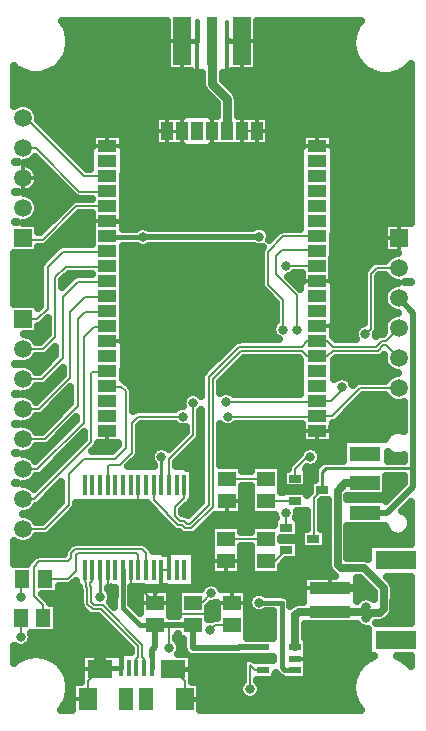
<source format=gbr>
G04 DipTrace 3.0.0.1*
G04 Top.gbr*
%MOIN*%
G04 #@! TF.FileFunction,Copper,L1,Top*
G04 #@! TF.Part,Single*
G04 #@! TA.AperFunction,Conductor*
%ADD10C,0.01*%
%ADD14C,0.007*%
%ADD15C,0.029528*%
%ADD16C,0.015748*%
%ADD17C,0.02*%
%ADD18C,0.015*%
G04 #@! TA.AperFunction,CopperBalancing*
%ADD19C,0.025*%
G04 #@! TA.AperFunction,Conductor*
%ADD20C,0.014*%
%ADD21C,0.023622*%
G04 #@! TA.AperFunction,CopperBalancing*
%ADD22C,0.012992*%
%ADD25R,0.059055X0.051181*%
%ADD26R,0.051181X0.059055*%
%ADD28R,0.015748X0.05315*%
%ADD29R,0.082677X0.062992*%
%ADD30R,0.062992X0.074803*%
%ADD31R,0.047244X0.074803*%
G04 #@! TA.AperFunction,ComponentPad*
%ADD32R,0.059055X0.059055*%
%ADD33C,0.059055*%
%ADD35R,0.041339X0.025591*%
%ADD38R,0.098425X0.047244*%
%ADD39R,0.06X0.039764*%
%ADD40R,0.039764X0.06*%
%ADD41R,0.059843X0.159843*%
%ADD42R,0.033465X0.159843*%
%ADD44R,0.043307X0.023622*%
%ADD45R,0.137795X0.03937*%
%ADD46R,0.133858X0.059055*%
%ADD47R,0.015748X0.070866*%
G04 #@! TA.AperFunction,ViaPad*
%ADD48C,0.031496*%
%FSLAX26Y26*%
G04*
G70*
G90*
G75*
G01*
G04 Top*
%LPD*%
X1708662Y1498819D2*
D14*
X1580819D1*
X1486701Y1404701D1*
X1437701D1*
X1437677Y1404725D1*
X738320Y1176641D2*
Y1238320D1*
X743701Y1243701D1*
X778701D1*
X818701Y1283701D1*
Y1383701D1*
X838701Y1403701D1*
X988701D1*
X1138701D2*
X1436654D1*
X1437677Y1604725D2*
X1404177D1*
X1386177Y1622725D1*
X1374978D1*
X1181778D1*
X1089058Y1530004D1*
Y1103920D1*
X1017734Y1032596D1*
X997736D1*
X987697Y1042635D1*
X973113D1*
X953486Y1062261D1*
X936045Y1079704D1*
Y1081210D1*
X891864Y1125391D1*
Y1176641D1*
X1437677Y1604725D2*
X1471177D1*
X1489177Y1622725D1*
X1500377D1*
X1638267D1*
X1657361Y1641819D1*
X1665662D1*
X1708662Y1598819D1*
X1437677Y1654725D2*
X1404177D1*
X1386177Y1636725D1*
X1374978D1*
X1175981D1*
X1075058Y1535802D1*
Y1109718D1*
X1011936Y1046596D1*
X1003534D1*
X993495Y1056635D1*
X978911D1*
X963386Y1072162D1*
Y1101181D1*
X994226Y1132021D1*
Y1176641D1*
X1437677Y1654725D2*
X1471177D1*
X1489177Y1636725D1*
X1500377D1*
X1632469D1*
X1651563Y1655819D1*
X1665662D1*
X1708662Y1698819D1*
X860084Y566701D2*
Y596776D1*
X854289Y602571D1*
X854315Y613771D1*
Y643435D1*
X721684Y776066D1*
X694406D1*
X684727Y785744D1*
Y836776D1*
X681360Y840143D1*
X681357Y848446D1*
X687151Y854243D1*
X687139Y893176D1*
X834494Y566701D2*
Y596776D1*
X840289Y602571D1*
X840315Y613771D1*
Y637637D1*
X715886Y762066D1*
X688608D1*
X670727Y779946D1*
Y830978D1*
X667362Y834345D1*
X667357Y848441D1*
X661561Y854235D1*
X661549Y893168D1*
X1137677Y2354725D2*
D15*
Y2461811D1*
X1087677Y2511811D1*
Y2655381D1*
X885675Y566701D2*
D16*
Y602701D1*
D17*
Y626226D1*
X895670Y636221D1*
Y707481D1*
X943701Y707898D1*
X1021701D1*
Y633465D1*
X1177166D1*
X1177822Y634121D1*
X1255906D1*
X789502Y893176D2*
D18*
Y766011D1*
X848032Y707481D1*
X895670D1*
X943701Y633701D2*
D14*
Y707898D1*
X1362205Y559318D2*
D18*
X1327297D1*
X1319292Y567323D1*
Y783701D1*
X1243701D1*
X1151701Y707898D2*
D14*
X1094898D1*
X1078701Y691701D1*
X1255906Y559318D2*
X1230709D1*
X1213386Y576641D1*
Y494882D1*
X456693Y1728347D2*
X503347D1*
X538701Y1763701D1*
Y1903701D1*
X588701Y1953701D1*
X736654D1*
X737677Y1954725D1*
X1084528Y815118D2*
Y814118D1*
X1057528Y787118D1*
X1026118D1*
X1021701Y782701D1*
X855701Y2001701D2*
D18*
X740701D1*
D14*
X737677Y2004725D1*
X1332701Y1905701D2*
X1436701D1*
X1437677Y1904725D1*
X1424410Y996063D2*
X1425591D1*
Y1131643D1*
X1453790Y1159843D1*
X855701Y2001701D2*
D17*
X1241701D1*
D14*
X1243701Y2003701D1*
X1708662Y1798819D2*
D17*
X1757701Y1749780D1*
Y1231103D1*
Y1169250D1*
X1669948Y1081496D1*
X1599607D1*
X1597769Y1083334D1*
X1453790Y1159843D2*
D10*
Y1219670D1*
X1465223Y1231103D1*
X1757701D1*
X456693Y2298819D2*
D14*
X499583D1*
X644701Y2153701D1*
X736654D1*
X737677Y2154725D1*
Y2104725D2*
X634725D1*
X523701Y1993701D1*
X461811D1*
X456693Y1998819D1*
X1333858Y1033465D2*
Y1082415D1*
X1333202Y1081759D1*
X456693Y2398819D2*
X466583D1*
X660701Y2204701D1*
X737654D1*
X737677Y2204725D1*
X456693Y1628347D2*
X523347D1*
X563701Y1668701D1*
Y1868701D1*
X598701Y1903701D1*
X736654D1*
X737677Y1904725D1*
X456693Y1528347D2*
X518347D1*
X588701Y1598701D1*
Y1803701D1*
X638701Y1853701D1*
X736654D1*
X737677Y1854725D1*
X456693Y1428347D2*
X508347D1*
X613701Y1533701D1*
Y1753701D1*
X663701Y1803701D1*
X736654D1*
X737677Y1804725D1*
X456693Y1328347D2*
X528347D1*
X638701Y1438701D1*
Y1728701D1*
X663701Y1753701D1*
X736654D1*
X737677Y1754725D1*
X456693Y1228347D2*
X503347D1*
X658701Y1383701D1*
Y1668701D1*
X693701Y1703701D1*
X736654D1*
X737677Y1704725D1*
X456693Y1128347D2*
X493347D1*
X683701Y1318701D1*
Y1548701D1*
X688701Y1553701D1*
X736654D1*
X737677Y1554725D1*
X456693Y1028347D2*
X528347D1*
X608701Y1108701D1*
Y1213701D1*
X658701Y1263701D1*
X763701D1*
X798701Y1298701D1*
Y1488701D1*
X783701Y1503701D1*
X738701D1*
X737677Y1504725D1*
X854677Y2054725D2*
D18*
X737677D1*
X1458701Y652701D2*
D14*
X1464774D1*
X1408793Y596719D1*
X1362205D1*
X895670Y782284D2*
X936118D1*
X971701Y746701D1*
X1072701D1*
X1108701Y782701D1*
X1151701D1*
X1133625Y920735D2*
X1092667D1*
X1086701Y926701D1*
Y1031701D1*
X1136701Y1081701D1*
Y1121494D1*
X1137124Y1121916D1*
X987677Y2354725D2*
D10*
X937677D1*
X1087677D2*
Y2303150D1*
X1107362Y2283465D1*
X1187677Y2354725D2*
Y2285040D1*
X1186103Y2283465D1*
X738320Y893176D2*
D14*
Y844082D1*
X748701Y833701D1*
X815092Y893176D2*
Y817310D1*
X848701Y783701D1*
X894252D1*
X895670Y782284D1*
X917454Y893176D2*
Y832454D1*
X898701Y813701D1*
Y785315D1*
X895670Y782284D1*
X943045Y893176D2*
X917454D1*
X937677Y2354725D2*
Y2295670D1*
X949882Y2283465D1*
X1187677Y2354725D2*
X1237677D1*
Y2310630D1*
X1264843Y2283465D1*
X1437677Y2304725D2*
Y2346851D1*
X1422323Y2362205D1*
X737677Y2304725D2*
Y2346851D1*
X753032Y2362205D1*
X1187284Y2655381D2*
X1243058D1*
X1264843Y2677166D1*
X987677Y2655774D2*
X931903D1*
X910512Y2677166D1*
X737677Y1354725D2*
Y1302677D1*
X733701Y1298701D1*
X858701Y828701D2*
Y819252D1*
X895670Y782284D1*
X1133625Y920735D2*
X1191667D1*
X1193701Y918701D1*
X1437677Y1854725D2*
X1379725D1*
X1378701Y1853701D1*
X1437677Y1854725D2*
X1482677D1*
X1508701Y1828701D1*
Y1713701D1*
X1498701Y1703701D1*
X1438701D1*
X1437677Y1704725D1*
Y1354725D2*
X1504725D1*
X1548701Y1398701D1*
X737677Y1654725D2*
X802677D1*
X803701Y1653701D1*
X673076Y461386D2*
Y522410D1*
X712446Y561780D1*
X995911Y461386D2*
Y522410D1*
X956541Y561780D1*
X783313Y566701D2*
D18*
X717368D1*
X712446Y561780D1*
Y643701D1*
X728701D1*
X733701Y638701D1*
X693701D2*
X733701D1*
X783313Y566701D2*
Y619089D1*
X763701Y638701D1*
X733701D1*
X712446Y561780D2*
Y584956D1*
X698701Y598701D1*
Y633701D1*
X693701Y638701D1*
X712446Y561780D2*
Y587446D1*
X723701Y598701D1*
Y628701D1*
X733701Y638701D1*
X956541Y561780D2*
X1086780D1*
X1088701Y563701D1*
X995911Y461386D2*
X1086016D1*
X1088701Y458701D1*
X840683Y1176641D2*
D14*
Y1116719D1*
X858701Y1098701D1*
X1186103Y2519685D2*
X1157717D1*
X1137795Y2539607D1*
D20*
Y2662660D1*
Y2718701D1*
X989252Y2519685D2*
D18*
X1004987D1*
X1036221Y2550919D1*
D20*
Y2655774D1*
D18*
Y2722179D1*
X987677Y2655774D2*
X1036221D1*
X1187284Y2655381D2*
X1145075D1*
X1137795Y2662660D1*
X1480578Y831496D2*
D19*
X1559843D1*
X1567061Y838714D1*
X1590289D1*
Y826903D1*
X1582415Y819029D1*
X1583465Y849869D2*
Y820079D1*
X1582415Y819029D1*
X523701Y733701D2*
D14*
Y774701D1*
X492701Y805701D1*
Y903701D1*
X510701Y921701D1*
X605701D1*
X617701Y933701D1*
Y948701D1*
X630701Y961701D1*
X853701D1*
X867701Y947701D1*
Y894604D1*
X866273Y893176D1*
X1413701Y1268701D2*
X1403701D1*
X1363701Y1228701D1*
Y1197706D1*
X1363239Y1197244D1*
X1265864Y1122179D2*
X1362977D1*
X1363239Y1122441D1*
X1137124Y1196719D2*
X1265601D1*
X1265864Y1196982D1*
X448898Y733701D2*
X448701Y668898D1*
X450701Y800701D2*
Y860504D1*
X453898Y863701D1*
X528701D2*
X606701D1*
X632701Y889701D1*
Y940701D1*
X640701Y948701D1*
X832701D1*
X840701Y940701D1*
Y893194D1*
X840683Y893176D1*
X917701Y1268701D2*
D10*
Y1176887D1*
X917454Y1176641D1*
X713701Y803701D2*
Y893176D1*
X712730D1*
X1265777Y921260D2*
D14*
X1296457D1*
X1333858Y958662D1*
X1133625Y995538D2*
X1265252D1*
X1265777Y996063D1*
X1437677Y2004725D2*
X1324725D1*
X1273701Y1953701D1*
Y1843701D1*
X1323701Y1793701D1*
Y1693701D1*
X1368701D2*
Y1808701D1*
X1298701Y1878701D1*
Y1938701D1*
X1318701Y1958701D1*
X1433701D1*
X1437677Y1954725D1*
X1480578Y752756D2*
D19*
X1375197D1*
X1363649Y741208D1*
Y635565D1*
D21*
X1362205Y634121D1*
X1480578Y752756D2*
D19*
X1600131D1*
Y768110D1*
X1599869Y768373D1*
Y732284D2*
Y768373D1*
X1597769Y1181759D2*
X1530578D1*
X1504856Y1156037D1*
Y909974D1*
X1515617Y899213D1*
X1592257D1*
X1658530Y832940D1*
Y761680D1*
X1647113Y750263D1*
X1617848D1*
X1599869Y732284D1*
X1708662Y1898819D2*
D14*
X1634819D1*
X1615701Y1879701D1*
Y1696701D1*
X1597701Y1678701D1*
X1519701Y1502701D2*
Y1492701D1*
X1481701Y1454701D1*
X1437701D1*
X1437677Y1454725D1*
X943045Y1176641D2*
Y1263045D1*
X1023701Y1343701D1*
Y1448701D1*
X1133701Y1453701D2*
X1436654D1*
D48*
X988701Y1403701D3*
X1138701D3*
X943701Y633701D3*
X1243701Y783701D3*
X1078701Y691701D3*
X1213386Y494882D3*
X1084528Y815118D3*
X855701Y2001701D3*
X1332701Y1905701D3*
X1243701Y2003701D3*
X855701Y2001701D3*
X1333202Y1081759D3*
X854677Y2054725D3*
X1458701Y652701D3*
X858701Y828701D3*
X1193701Y918701D3*
X1378701Y1853701D3*
X1548701Y1398701D3*
X1193701Y918701D3*
X1548701Y1398701D3*
X803701Y1653701D3*
X858701Y1098701D3*
D3*
X1413701Y1268701D3*
X448701Y668898D3*
X450701Y800701D3*
X917701Y1268701D3*
X713701Y803701D3*
X1323701Y1693701D3*
X1368701D3*
X1597701Y1678701D3*
X1519701Y1502701D3*
X1023701Y1448701D3*
X1133701Y1453701D3*
X1264843Y2440814D3*
Y2519685D3*
X1343583Y2440814D3*
Y2519685D3*
X1186103Y2440814D3*
Y2519685D3*
X1422323Y2440814D3*
Y2519685D3*
X910512Y2440814D3*
Y2519685D3*
X989252Y2440814D3*
Y2519685D3*
X753032Y2440814D3*
Y2519685D3*
X831772Y2440814D3*
Y2519685D3*
X1343714Y2362205D3*
X1422323D3*
X1186103Y2204593D3*
Y2283465D3*
X1264843Y2204593D3*
Y2283465D3*
X1067992Y2440945D3*
X1028622Y2204593D3*
Y2283465D3*
X1107362Y2204593D3*
Y2283465D3*
X871142Y2204593D3*
Y2283465D3*
X949882Y2204593D3*
Y2283465D3*
X748701Y833701D3*
X831706Y2362139D3*
X1264843Y2598294D3*
Y2677166D3*
X1422323Y2598294D3*
Y2677166D3*
X1343583Y2598294D3*
Y2677166D3*
X831772Y2598294D3*
Y2677166D3*
X753032Y2362205D3*
X910512Y2598294D3*
Y2677166D3*
X753032Y2598294D3*
Y2677166D3*
X733701Y1298701D3*
Y638701D3*
X693701D3*
X1088701Y563701D3*
Y458701D3*
X1599869Y768373D3*
Y732284D3*
X1583465Y849869D3*
X1582415Y819029D3*
X604018Y2698537D2*
D19*
X934761D1*
X1240200D2*
X1563179D1*
X611733Y2673668D2*
X934761D1*
X1240200D2*
X1554438D1*
X613442Y2648799D2*
X934761D1*
X1240200D2*
X1551802D1*
X609536Y2623931D2*
X934761D1*
X1240200D2*
X1554829D1*
X599282Y2599062D2*
X934761D1*
X1240200D2*
X1563960D1*
X580190Y2574193D2*
X934761D1*
X1240200D2*
X1581343D1*
X428725Y2549324D2*
X459126D1*
X540884D2*
X1051020D1*
X1124331D2*
X1615132D1*
X1715591D2*
X1748481D1*
X428725Y2524456D2*
X1051020D1*
X1125845D2*
X1748481D1*
X428725Y2499587D2*
X1053266D1*
X1150747D2*
X1748481D1*
X428725Y2474718D2*
X1073970D1*
X1171792D2*
X1748481D1*
X428725Y2449849D2*
X1098823D1*
X1174331D2*
X1748481D1*
X501821Y2424981D2*
X1101020D1*
X1174331D2*
X1748481D1*
X509194Y2400112D2*
X894819D1*
X1280581D2*
X1748481D1*
X526577Y2375243D2*
X894819D1*
X1280581D2*
X1748481D1*
X551479Y2350374D2*
X894819D1*
X1280581D2*
X1748481D1*
X576333Y2325505D2*
X684663D1*
X790688D2*
X894819D1*
X1280581D2*
X1384663D1*
X1490688D2*
X1748481D1*
X601186Y2300637D2*
X678706D1*
X796645D2*
X988813D1*
X1086538D2*
X1378706D1*
X1496645D2*
X1748481D1*
X626089Y2275768D2*
X678706D1*
X796645D2*
X1378706D1*
X1496645D2*
X1748481D1*
X428725Y2250899D2*
X439872D1*
X473550D2*
X511079D1*
X650942D2*
X678706D1*
X796645D2*
X1378706D1*
X1496645D2*
X1748481D1*
X501186Y2226030D2*
X535932D1*
X796645D2*
X1378706D1*
X1496645D2*
X1748481D1*
X509145Y2201162D2*
X560786D1*
X790688D2*
X1378706D1*
X1496645D2*
X1748481D1*
X503872Y2176293D2*
X585688D1*
X790688D2*
X1378706D1*
X1496645D2*
X1748481D1*
X428725Y2151424D2*
X438213D1*
X475210D2*
X610542D1*
X790688D2*
X1378706D1*
X1496645D2*
X1748481D1*
X500845Y2126555D2*
X622261D1*
X790688D2*
X1378706D1*
X1496645D2*
X1748481D1*
X509145Y2101687D2*
X595259D1*
X790688D2*
X1378706D1*
X1496645D2*
X1748481D1*
X504116Y2076818D2*
X570356D1*
X643276D2*
X684663D1*
X790688D2*
X1378706D1*
X1496645D2*
X1748481D1*
X428725Y2051949D2*
X436750D1*
X476675D2*
X545503D1*
X618374D2*
X684663D1*
X790688D2*
X1378706D1*
X1496645D2*
X1748481D1*
X509243Y2027080D2*
X520623D1*
X593520D2*
X684663D1*
X1273891D2*
X1313471D1*
X1496645D2*
X1656147D1*
X568667Y2002212D2*
X684663D1*
X1490688D2*
X1656147D1*
X543764Y1977343D2*
X582075D1*
X1490688D2*
X1656147D1*
X509243Y1952474D2*
X551020D1*
X790688D2*
X1247212D1*
X1490688D2*
X1656147D1*
X428725Y1927605D2*
X526167D1*
X790688D2*
X1247212D1*
X1490688D2*
X1665229D1*
X428725Y1902736D2*
X512202D1*
X790688D2*
X1247212D1*
X1490688D2*
X1602290D1*
X428725Y1877868D2*
X512202D1*
X609292D2*
X684663D1*
X790688D2*
X1247212D1*
X1358413D2*
X1384663D1*
X1490688D2*
X1589204D1*
X428725Y1852999D2*
X512202D1*
X590200D2*
X601557D1*
X790688D2*
X1247212D1*
X1360854D2*
X1384663D1*
X1490688D2*
X1589204D1*
X1642202D2*
X1686079D1*
X1731264D2*
X1748482D1*
X428725Y1828130D2*
X512202D1*
X790688D2*
X1252925D1*
X1496645D2*
X1589204D1*
X1642202D2*
X1665620D1*
X428725Y1803261D2*
X512202D1*
X790688D2*
X1277680D1*
X1496645D2*
X1589204D1*
X1642202D2*
X1656373D1*
X428725Y1778393D2*
X512202D1*
X790688D2*
X1297212D1*
X1496645D2*
X1589204D1*
X1642202D2*
X1660498D1*
X790688Y1753524D2*
X1297212D1*
X1496645D2*
X1589204D1*
X1642202D2*
X1684907D1*
X790688Y1728655D2*
X1297212D1*
X1496645D2*
X1589204D1*
X1642202D2*
X1666011D1*
X509243Y1703786D2*
X537202D1*
X790688D2*
X1286372D1*
X1490688D2*
X1569038D1*
X1642202D2*
X1656373D1*
X509243Y1678918D2*
X537202D1*
X790688D2*
X1288081D1*
X1490688D2*
X1558930D1*
X502114Y1654049D2*
X512593D1*
X790688D2*
X1156880D1*
X796645Y1629180D2*
X1131977D1*
X503091Y1604311D2*
X557856D1*
X796645D2*
X1107124D1*
X428725Y1579442D2*
X443677D1*
X469741D2*
X533003D1*
X796645D2*
X1082270D1*
X1174917D2*
X1378706D1*
X1496645D2*
X1660054D1*
X790688Y1554574D2*
X1057368D1*
X1150063D2*
X1378706D1*
X1496645D2*
X1682807D1*
X556167Y1529705D2*
X573305D1*
X790688D2*
X1048579D1*
X1125210D2*
X1378706D1*
X1546401D2*
X1666792D1*
X525649Y1504836D2*
X548384D1*
X818960D2*
X1048579D1*
X1115542D2*
X1378706D1*
X428725Y1479967D2*
X441433D1*
X471938D2*
X523530D1*
X596401D2*
X612202D1*
X825210D2*
X1002876D1*
X1161196D2*
X1378706D1*
X571548Y1455099D2*
X612202D1*
X825210D2*
X985542D1*
X1573550D2*
X1681831D1*
X546694Y1430230D2*
X593794D1*
X825210D2*
X961518D1*
X1548647D2*
X1724702D1*
X517739Y1405361D2*
X568940D1*
X1523794D2*
X1724702D1*
X428725Y1380492D2*
X439579D1*
X473794D2*
X544038D1*
X1490688D2*
X1724702D1*
X501138Y1355624D2*
X519184D1*
X845180D2*
X997212D1*
X1115542D2*
X1384663D1*
X1490688D2*
X1684712D1*
X642202Y1330755D2*
X657217D1*
X845180D2*
X974311D1*
X1115542D2*
X1384663D1*
X1490688D2*
X1662007D1*
X617348Y1305886D2*
X634477D1*
X706509D2*
X769429D1*
X845180D2*
X949458D1*
X1022329D2*
X1048579D1*
X1115542D2*
X1519575D1*
X428725Y1281017D2*
X438018D1*
X475405D2*
X519575D1*
X592446D2*
X609577D1*
X845034D2*
X881098D1*
X997475D2*
X1048579D1*
X1115542D2*
X1377095D1*
X1450307D2*
X1519575D1*
X567593Y1256149D2*
X584679D1*
X827602D2*
X881196D1*
X972573D2*
X1048579D1*
X1115542D2*
X1354731D1*
X1450210D2*
X1457922D1*
X542739Y1231280D2*
X559872D1*
X1025112D2*
X1048579D1*
X1189663D2*
X1213325D1*
X1318374D2*
X1337348D1*
X1402700D2*
X1428608D1*
X515591Y1206411D2*
X534956D1*
X1025112D2*
X1048579D1*
X1406899D2*
X1425776D1*
X428725Y1181542D2*
X436555D1*
X476870D2*
X510102D1*
X1025112D2*
X1048579D1*
X1669985D2*
X1724360D1*
X558120Y1156673D2*
X582221D1*
X1025112D2*
X1048579D1*
X1189663D2*
X1213325D1*
X1318374D2*
X1410102D1*
X1669985D2*
X1699507D1*
X533266Y1131805D2*
X582221D1*
X1025112D2*
X1048579D1*
X1189663D2*
X1213325D1*
X1540346D2*
X1674604D1*
X506704Y1106936D2*
X570503D1*
X635122D2*
X873872D1*
X1005581D2*
X1035835D1*
X1189663D2*
X1213325D1*
X1452114D2*
X1469380D1*
X478188Y1082067D2*
X545649D1*
X618520D2*
X898725D1*
X989907D2*
X1010981D1*
X1189663D2*
X1213325D1*
X1371938D2*
X1399067D1*
X1452114D2*
X1469380D1*
X1736587D2*
X1748467D1*
X500063Y1057198D2*
X520747D1*
X593618D2*
X922114D1*
X1078774D2*
X1290180D1*
X1377505D2*
X1399067D1*
X1452114D2*
X1469380D1*
X568764Y1032330D2*
X946968D1*
X1053921D2*
X1081098D1*
X1186147D2*
X1213227D1*
X1377505D2*
X1399067D1*
X1452114D2*
X1469380D1*
X1540346D2*
X1662153D1*
X542690Y1007461D2*
X1081098D1*
X1540346D2*
X1685688D1*
X1726382D2*
X1748481D1*
X479409Y982592D2*
X616401D1*
X868032D2*
X1081098D1*
X1540346D2*
X1748481D1*
X428725Y957723D2*
X592964D1*
X892007D2*
X1081098D1*
X1186147D2*
X1213227D1*
X1377505D2*
X1469380D1*
X1540346D2*
X1603071D1*
X428725Y932855D2*
X485395D1*
X1031069D2*
X1081098D1*
X1186147D2*
X1213227D1*
X1377505D2*
X1469380D1*
X1540346D2*
X1603071D1*
X1031069Y907986D2*
X1081098D1*
X1186147D2*
X1213227D1*
X1319643D2*
X1469429D1*
X1031069Y883117D2*
X1081098D1*
X1186147D2*
X1213227D1*
X1318325D2*
X1482563D1*
X1031069Y858248D2*
X1388667D1*
X1572475D2*
X1584043D1*
X1682388D2*
X1748481D1*
X577309Y833379D2*
X640864D1*
X819985D2*
X854975D1*
X1031069D2*
X1050727D1*
X1118325D2*
X1388667D1*
X1572475D2*
X1608930D1*
X1694009D2*
X1748481D1*
X526333Y808511D2*
X644233D1*
X819985D2*
X843159D1*
X948208D2*
X969184D1*
X1204214D2*
X1214757D1*
X1334780D2*
X1388667D1*
X1572475D2*
X1623042D1*
X1694009D2*
X1748481D1*
X572280Y783642D2*
X644233D1*
X750552D2*
X759031D1*
X819985D2*
X843159D1*
X948208D2*
X969184D1*
X1349770D2*
X1361105D1*
X1694009D2*
X1748481D1*
X572280Y758773D2*
X655464D1*
X948208D2*
X969184D1*
X1074233D2*
X1099165D1*
X1204214D2*
X1214853D1*
X1693911D2*
X1748481D1*
X572280Y733904D2*
X707612D1*
X1074233D2*
X1099165D1*
X1204214D2*
X1288813D1*
X1679946D2*
X1748481D1*
X572280Y709036D2*
X732466D1*
X1204214D2*
X1288813D1*
X1399136D2*
X1569575D1*
X572280Y684167D2*
X757368D1*
X1204214D2*
X1288813D1*
X1399136D2*
X1603071D1*
X486147Y659298D2*
X782221D1*
X971889D2*
X988716D1*
X1406850D2*
X1603071D1*
X462417Y634429D2*
X807075D1*
X1406850D2*
X1603071D1*
X428725Y609561D2*
X479341D1*
X520669D2*
X648091D1*
X1406850D2*
X1603071D1*
X574331Y584692D2*
X648091D1*
X1020864D2*
X1188276D1*
X1406850D2*
X1591011D1*
X1739712D2*
X1748455D1*
X596059Y559823D2*
X648091D1*
X1020864D2*
X1186909D1*
X1406850D2*
X1569282D1*
X607925Y534954D2*
X648091D1*
X1020864D2*
X1186909D1*
X1300552D2*
X1310987D1*
X1406850D2*
X1557466D1*
X1050405Y510086D2*
X1177973D1*
X1248794D2*
X1552241D1*
X1050405Y485217D2*
X1175971D1*
X1250845D2*
X1552778D1*
X606216Y460348D2*
X618563D1*
X1050405D2*
X1199848D1*
X1226884D2*
X1559126D1*
X592886Y435479D2*
X618598D1*
X1050405D2*
X1572456D1*
X1488177Y1364335D2*
Y1314343D1*
X1387177D1*
Y1379704D1*
X1165902Y1379701D1*
X1160007Y1374376D1*
X1155157Y1371404D1*
X1149902Y1369227D1*
X1144371Y1367899D1*
X1138701Y1367453D1*
X1133031Y1367899D1*
X1127500Y1369227D1*
X1122245Y1371404D1*
X1117395Y1374376D1*
X1113062Y1378078D1*
X1113058Y1242846D1*
X1187151Y1242810D1*
Y1220691D1*
X1215883Y1220720D1*
X1215836Y1243072D1*
X1315891D1*
X1315843Y1150891D1*
X1322070Y1151646D1*
Y1155736D1*
X1404408D1*
Y1142895D1*
X1407341Y1147230D1*
X1412591Y1152584D1*
X1412621Y1193138D1*
X1428295D1*
X1428604Y1223659D1*
X1430231Y1229428D1*
X1433160Y1234658D1*
X1443381Y1245323D1*
X1450235Y1251733D1*
X1455465Y1254662D1*
X1461234Y1256289D1*
X1465223Y1256603D1*
X1522108D1*
X1522065Y1330298D1*
X1664301D1*
X1668343Y1338716D1*
X1672421Y1344328D1*
X1677326Y1349233D1*
X1682938Y1353311D1*
X1689119Y1356460D1*
X1695717Y1358604D1*
X1702568Y1359689D1*
X1709506D1*
X1716357Y1358604D1*
X1722955Y1356460D1*
X1727207Y1354391D1*
X1727201Y1452343D1*
X1720340Y1450174D1*
X1712587Y1448946D1*
X1704737D1*
X1696983Y1450174D1*
X1689517Y1452600D1*
X1682522Y1456164D1*
X1676171Y1460778D1*
X1670620Y1466329D1*
X1666006Y1472680D1*
X1664814Y1474808D1*
X1590742Y1474819D1*
X1502288Y1386451D1*
X1497597Y1383317D1*
X1492304Y1381364D1*
X1488577Y1380775D1*
X1488129Y1364343D1*
X1490455Y1380996D1*
X1488584Y1380775D1*
X1381185Y1477735D2*
Y1593751D1*
X1376262Y1598699D1*
X1191726Y1598725D1*
X1113088Y1520093D1*
X1113058Y1483471D1*
X1119829Y1487190D1*
X1125239Y1488947D1*
X1130857Y1489837D1*
X1136545D1*
X1142163Y1488947D1*
X1147573Y1487190D1*
X1152641Y1484608D1*
X1157242Y1481264D1*
X1160834Y1477708D1*
X1381211Y1477701D1*
X1494169Y1593823D2*
Y1528393D1*
X1498395Y1532026D1*
X1503245Y1534998D1*
X1508500Y1537175D1*
X1514031Y1538503D1*
X1519701Y1538949D1*
X1525371Y1538503D1*
X1530902Y1537175D1*
X1536157Y1534998D1*
X1541007Y1532026D1*
X1545332Y1528332D1*
X1549026Y1524007D1*
X1551998Y1519157D1*
X1554175Y1513902D1*
X1555601Y1507543D1*
X1566712Y1518236D1*
X1571635Y1520992D1*
X1577065Y1522524D1*
X1593319Y1522819D1*
X1664755D1*
X1668188Y1528225D1*
X1673287Y1534194D1*
X1679256Y1539292D1*
X1685950Y1543394D1*
X1693202Y1546398D1*
X1700836Y1548231D1*
X1707573Y1548804D1*
X1700836Y1549407D1*
X1693202Y1551240D1*
X1685950Y1554244D1*
X1679256Y1558346D1*
X1673287Y1563444D1*
X1668188Y1569414D1*
X1664087Y1576107D1*
X1661083Y1583360D1*
X1659250Y1590993D1*
X1658634Y1598819D1*
X1659250Y1606645D1*
X1660029Y1610542D1*
X1652373Y1603308D1*
X1647451Y1600551D1*
X1642021Y1599020D1*
X1625767Y1598725D1*
X1499123D1*
X1494167Y1593773D1*
X1488178Y1708358D2*
Y1671659D1*
X1499093Y1660750D1*
X1566246Y1660725D1*
X1563227Y1667500D1*
X1561899Y1673031D1*
X1561453Y1678701D1*
X1561899Y1684371D1*
X1563227Y1689902D1*
X1565404Y1695157D1*
X1568376Y1700007D1*
X1572070Y1704332D1*
X1576395Y1708026D1*
X1581245Y1710998D1*
X1586500Y1713175D1*
X1591693Y1714436D1*
X1591996Y1883455D1*
X1593528Y1888885D1*
X1596285Y1893808D1*
X1607569Y1905510D1*
X1620712Y1918236D1*
X1625635Y1920992D1*
X1631065Y1922524D1*
X1647319Y1922819D1*
X1664751D1*
X1668188Y1928225D1*
X1673287Y1934194D1*
X1679256Y1939292D1*
X1685950Y1943394D1*
X1693202Y1946398D1*
X1700836Y1948231D1*
X1706189Y1948791D1*
X1658634D1*
Y2048846D1*
X1750968D1*
X1750965Y2578887D1*
X1743883Y2571078D1*
X1737480Y2565159D1*
X1730632Y2559760D1*
X1723381Y2554915D1*
X1715773Y2550655D1*
X1707854Y2547004D1*
X1699673Y2543986D1*
X1691280Y2541619D1*
X1682728Y2539917D1*
X1674068Y2538892D1*
X1665355Y2538550D1*
X1656641Y2538892D1*
X1647981Y2539917D1*
X1639429Y2541619D1*
X1631036Y2543986D1*
X1622855Y2547004D1*
X1614936Y2550655D1*
X1607328Y2554915D1*
X1600077Y2559760D1*
X1593229Y2565159D1*
X1586826Y2571078D1*
X1580907Y2577481D1*
X1575508Y2584329D1*
X1570663Y2591580D1*
X1566403Y2599188D1*
X1562752Y2607107D1*
X1559734Y2615288D1*
X1557367Y2623681D1*
X1555665Y2632233D1*
X1554640Y2640893D1*
X1554298Y2649607D1*
X1554640Y2658320D1*
X1555665Y2666980D1*
X1557367Y2675532D1*
X1559734Y2683925D1*
X1562752Y2692106D1*
X1566403Y2700025D1*
X1570663Y2707633D1*
X1575508Y2714884D1*
X1582456Y2723408D1*
X1237705Y2723302D1*
Y2554959D1*
X1153574D1*
X1153576Y2549705D1*
X1121887D1*
X1121847Y2525937D1*
X1163660Y2484002D1*
X1166812Y2479665D1*
X1169246Y2474887D1*
X1170903Y2469788D1*
X1171741Y2464492D1*
X1171847Y2405219D1*
X1278059Y2405225D1*
Y2304225D1*
X1147296D1*
Y2305328D1*
X1128059Y2305225D1*
Y2304225D1*
X1084046D1*
X1084051Y2298233D1*
X991304D1*
Y2304238D1*
X897296Y2304225D1*
Y2405225D1*
X991309D1*
X991304Y2411217D1*
X1084051D1*
Y2405211D1*
X1103516Y2405225D1*
X1103508Y2447645D1*
X1061695Y2489620D1*
X1058543Y2493958D1*
X1056109Y2498735D1*
X1054452Y2503835D1*
X1053613Y2509130D1*
X1053508Y2550337D1*
X1017815Y2550361D1*
Y2555390D1*
X937256Y2555353D1*
Y2723410D1*
X586365Y2723406D1*
X594691Y2711570D1*
X598952Y2703962D1*
X602603Y2696043D1*
X605621Y2687862D1*
X607988Y2679469D1*
X609689Y2670917D1*
X610714Y2662257D1*
X611057Y2653544D1*
X610714Y2644830D1*
X609689Y2636170D1*
X607988Y2627618D1*
X605621Y2619225D1*
X602603Y2611044D1*
X598952Y2603125D1*
X594691Y2595517D1*
X589847Y2588266D1*
X584448Y2581418D1*
X578529Y2575015D1*
X572126Y2569096D1*
X565278Y2563697D1*
X558027Y2558852D1*
X550419Y2554592D1*
X542500Y2550941D1*
X534319Y2547923D1*
X525926Y2545556D1*
X517373Y2543854D1*
X508714Y2542829D1*
X500000Y2542487D1*
X491287Y2542829D1*
X482627Y2543854D1*
X474075Y2545556D1*
X465682Y2547923D1*
X457501Y2550941D1*
X449582Y2554592D1*
X441973Y2558852D1*
X434723Y2563697D1*
X426199Y2570645D1*
X426201Y2438494D1*
X433981Y2443394D1*
X441234Y2446398D1*
X448867Y2448231D1*
X456693Y2448847D1*
X464519Y2448231D1*
X472152Y2446398D1*
X479405Y2443394D1*
X486099Y2439292D1*
X492068Y2434194D1*
X497166Y2428225D1*
X501268Y2421531D1*
X504272Y2414278D1*
X506105Y2406645D1*
X506721Y2398819D1*
X506341Y2392989D1*
X670664Y2228680D1*
X681160Y2228701D1*
X681186Y2301098D1*
X687191D1*
X687177Y2345106D1*
X788177D1*
Y2301093D1*
X794170Y2301098D1*
Y2208351D1*
X788164D1*
X788178Y2029725D1*
X832644Y2029701D1*
X839245Y2033998D1*
X844500Y2036175D1*
X850031Y2037503D1*
X855701Y2037949D1*
X861371Y2037503D1*
X866902Y2036175D1*
X872157Y2033998D1*
X875241Y2032206D1*
X1221277Y2032201D1*
X1227245Y2035998D1*
X1232500Y2038175D1*
X1238031Y2039503D1*
X1243701Y2039949D1*
X1249371Y2039503D1*
X1254902Y2038175D1*
X1260157Y2035998D1*
X1265007Y2033026D1*
X1269332Y2029332D1*
X1273026Y2025007D1*
X1275998Y2020157D1*
X1278175Y2014902D1*
X1279503Y2009371D1*
X1279949Y2003701D1*
X1279503Y1998031D1*
X1277948Y1991884D1*
X1310618Y2024141D1*
X1315540Y2026898D1*
X1320970Y2028429D1*
X1337225Y2028725D1*
X1381219D1*
X1381186Y2201098D1*
Y2301098D1*
X1387192D1*
X1387178Y2345106D1*
X1488178D1*
Y2301093D1*
X1494170Y2301098D1*
Y2058350D1*
Y2008350D1*
X1488164D1*
X1488129Y1864343D1*
X1488178Y1851093D1*
X1494170Y1851098D1*
Y1708351D1*
X1488164D1*
X1381186Y1830177D2*
Y1851098D1*
X1387191D1*
X1387178Y1881696D1*
X1359894Y1881701D1*
X1354007Y1876376D1*
X1349157Y1873404D1*
X1343902Y1871227D1*
X1340934Y1870409D1*
X1381195Y1830148D1*
X687181Y2064343D2*
X687178Y2080700D1*
X644660Y2080725D1*
X537808Y1974285D1*
X532885Y1971528D1*
X527455Y1969996D1*
X511201Y1969701D1*
X506758D1*
X506721Y1948791D1*
X426203D1*
X426201Y1778337D1*
X506721Y1778374D1*
Y1765630D1*
X514722Y1773664D1*
X514775Y1905584D1*
X515875Y1911117D1*
X518238Y1916241D1*
X521736Y1920677D1*
X574594Y1973117D1*
X579517Y1975874D1*
X584947Y1977406D1*
X601201Y1977701D1*
X687187D1*
X687178Y2064352D1*
X788178Y1973671D2*
Y1651093D1*
X794169Y1651099D1*
Y1558351D1*
X788164D1*
X788177Y1527284D1*
X792885Y1525874D1*
X797808Y1523118D1*
X809510Y1511833D1*
X818118Y1502808D1*
X820874Y1497885D1*
X822406Y1492455D1*
X822701Y1476201D1*
Y1421562D1*
X826161Y1424164D1*
X831285Y1426526D1*
X836818Y1427627D1*
X961504Y1427701D1*
X967395Y1433026D1*
X972245Y1435998D1*
X977500Y1438175D1*
X983031Y1439503D1*
X988534Y1439942D1*
X987565Y1445857D1*
Y1451545D1*
X988455Y1457163D1*
X990212Y1462573D1*
X992794Y1467641D1*
X996138Y1472242D1*
X1000160Y1476264D1*
X1004761Y1479608D1*
X1009829Y1482190D1*
X1015239Y1483947D1*
X1020857Y1484837D1*
X1026545D1*
X1032163Y1483947D1*
X1037573Y1482190D1*
X1042641Y1479608D1*
X1047242Y1476264D1*
X1051060Y1472463D1*
X1051353Y1539556D1*
X1052885Y1544986D1*
X1055641Y1549909D1*
X1066926Y1561612D1*
X1161874Y1656141D1*
X1166796Y1658898D1*
X1172226Y1660429D1*
X1188481Y1660725D1*
X1308647D1*
X1302395Y1664376D1*
X1298070Y1668070D1*
X1294376Y1672395D1*
X1291404Y1677245D1*
X1289227Y1682500D1*
X1287899Y1688031D1*
X1287453Y1693701D1*
X1287899Y1699371D1*
X1289227Y1704902D1*
X1291404Y1710157D1*
X1294376Y1715007D1*
X1299694Y1720834D1*
X1299701Y1783789D1*
X1255451Y1828114D1*
X1252317Y1832805D1*
X1250364Y1838098D1*
X1249701Y1843701D1*
X1249996Y1957455D1*
X1251528Y1962885D1*
X1254284Y1967808D1*
X1255456Y1969293D1*
X1249371Y1967899D1*
X1243701Y1967453D1*
X1238031Y1967899D1*
X1232500Y1969227D1*
X1227679Y1971204D1*
X875246Y1971201D1*
X869573Y1968212D1*
X864163Y1966455D1*
X858545Y1965565D1*
X852857D1*
X847239Y1966455D1*
X841829Y1968212D1*
X836761Y1970794D1*
X832710Y1973704D1*
X788172Y1973701D1*
X774691Y1314343D2*
X707308D1*
X705874Y1309517D1*
X703117Y1304594D1*
X691833Y1292892D1*
X686619Y1287678D1*
X753769Y1287701D1*
X774672Y1308613D1*
X774701Y1314375D1*
X1569969Y788819D2*
X1574238Y794004D1*
X1578563Y797698D1*
X1583413Y800670D1*
X1588668Y802847D1*
X1594199Y804175D1*
X1599869Y804621D1*
X1605539Y804175D1*
X1611070Y802847D1*
X1616325Y800670D1*
X1621175Y797698D1*
X1625538Y793963D1*
X1625530Y819248D1*
X1578607Y866194D1*
X1569975Y864181D1*
X1569966Y791311D1*
X787037Y619768D2*
X816285D1*
X816315Y627736D1*
X705919Y738091D1*
X684853Y738361D1*
X679423Y739893D1*
X674501Y742649D1*
X662798Y753934D1*
X651311Y765840D1*
X648554Y770762D1*
X647023Y776192D1*
X646727Y792446D1*
Y822085D1*
X644540Y826920D1*
X643437Y832453D1*
X643361Y837236D1*
X633175Y837235D1*
Y856229D1*
X620808Y844285D1*
X615885Y841528D1*
X610455Y839996D1*
X594201Y839701D1*
X574816D1*
X574792Y813673D1*
X518688D1*
X543117Y788808D1*
X545877Y783878D1*
X569792Y783728D1*
Y683673D1*
X481756D1*
X483947Y677360D1*
X484837Y671742D1*
Y666054D1*
X483947Y660436D1*
X482190Y655026D1*
X479608Y649958D1*
X476264Y645357D1*
X472242Y641335D1*
X467641Y637991D1*
X462573Y635409D1*
X457163Y633651D1*
X451545Y632762D1*
X445857D1*
X440239Y633651D1*
X434829Y635409D1*
X429761Y637991D1*
X426199Y640516D1*
X426201Y583025D1*
X434723Y589847D1*
X441973Y594691D1*
X449582Y598952D1*
X457501Y602603D1*
X465682Y605621D1*
X474075Y607988D1*
X482627Y609689D1*
X491287Y610714D1*
X500000Y611057D1*
X508714Y610714D1*
X517373Y609689D1*
X525926Y607988D1*
X534319Y605621D1*
X542500Y602603D1*
X550419Y598952D1*
X558027Y594691D1*
X565278Y589847D1*
X572126Y584448D1*
X578529Y578529D1*
X584448Y572126D1*
X589847Y565278D1*
X594691Y558027D1*
X598952Y550419D1*
X602603Y542500D1*
X605621Y534319D1*
X607988Y525926D1*
X609689Y517373D1*
X610714Y508714D1*
X611057Y500000D1*
X610714Y491287D1*
X609689Y482627D1*
X607988Y474075D1*
X605621Y465682D1*
X602603Y457501D1*
X598952Y449582D1*
X594691Y441973D1*
X589847Y434723D1*
X582899Y426199D1*
X621074Y426201D1*
X621081Y519287D1*
X650602D1*
X650608Y613776D1*
X774538D1*
X774537Y619768D1*
X787037D1*
X973990Y613776D2*
X998404D1*
X994525Y619618D1*
X992044Y626345D1*
X991201Y633465D1*
Y661834D1*
X971673Y661807D1*
Y677383D1*
X967701Y670398D1*
Y660876D1*
X973026Y655007D1*
X975998Y650157D1*
X978175Y644902D1*
X979503Y639371D1*
X979949Y633701D1*
X979503Y628031D1*
X978175Y622500D1*
X975998Y617245D1*
X973947Y613772D1*
X945697Y753571D2*
Y738385D1*
X971680Y738398D1*
X971673Y828792D1*
X1051039Y828990D1*
X1053621Y834058D1*
X1056965Y838660D1*
X1060987Y842682D1*
X1065588Y846025D1*
X1070656Y848607D1*
X1076066Y850365D1*
X1081684Y851255D1*
X1087372D1*
X1092990Y850365D1*
X1098399Y848607D1*
X1103467Y846025D1*
X1108069Y842682D1*
X1112091Y838660D1*
X1115434Y834058D1*
X1118090Y828792D1*
X1201729D1*
Y664605D1*
X1213710Y664621D1*
X1213752Y666432D1*
X1291261D1*
X1291291Y755653D1*
X1266704Y755701D1*
X1260157Y751404D1*
X1254902Y749227D1*
X1249371Y747899D1*
X1243701Y747453D1*
X1238031Y747899D1*
X1232500Y749227D1*
X1227245Y751404D1*
X1222395Y754376D1*
X1218070Y758070D1*
X1214376Y762395D1*
X1211404Y767245D1*
X1209227Y772500D1*
X1207899Y778031D1*
X1207453Y783701D1*
X1207899Y789371D1*
X1209227Y794902D1*
X1211404Y800157D1*
X1214376Y805007D1*
X1218070Y809332D1*
X1222395Y813026D1*
X1227245Y815998D1*
X1232500Y818175D1*
X1238031Y819503D1*
X1243701Y819949D1*
X1249371Y819503D1*
X1254902Y818175D1*
X1260157Y815998D1*
X1266692Y811698D1*
X1321488Y811615D1*
X1327944Y810331D1*
X1333922Y807575D1*
X1339091Y803500D1*
X1343166Y798331D1*
X1345921Y792354D1*
X1347205Y785898D1*
X1347292Y771543D1*
X1355800Y779454D1*
X1362568Y783244D1*
X1370035Y785350D1*
X1375197Y785756D1*
X1391164D1*
X1391180Y871681D1*
X1497420D1*
X1492282Y875878D1*
X1479762Y888542D1*
X1475453Y894992D1*
X1472768Y902270D1*
X1471856Y909974D1*
Y1126527D1*
X1454481Y1126547D1*
X1449596Y1121707D1*
X1449591Y1029348D1*
X1465579Y1029358D1*
Y962768D1*
X1383240D1*
Y1029358D1*
X1401551D1*
X1401591Y1089178D1*
X1368715Y1089146D1*
X1369450Y1081759D1*
X1369004Y1076088D1*
X1367676Y1070557D1*
X1366174Y1066766D1*
X1375028Y1066760D1*
Y1000170D1*
X1315799D1*
X1315805Y991909D1*
X1375028Y991957D1*
Y925366D1*
X1334549D1*
X1315785Y906646D1*
X1315805Y875169D1*
X1215750D1*
X1215799Y967350D1*
X1215252Y971538D1*
X1183660D1*
X1183652Y874645D1*
X1083597D1*
Y1041629D1*
X1183653D1*
Y1019510D1*
X1215705Y1019538D1*
X1215750Y1042153D1*
X1292654D1*
X1292689Y1066760D1*
X1300160D1*
X1297956Y1073297D1*
X1297403Y1076077D1*
X1215836Y1076088D1*
X1215885Y1168269D1*
X1215601Y1172719D1*
X1187134D1*
X1187151Y1075826D1*
X1094895D1*
X1031841Y1013180D1*
X1026918Y1010423D1*
X1021488Y1008891D1*
X1005234Y1008596D1*
X993982Y1008891D1*
X988552Y1010423D1*
X983630Y1013180D1*
X977759Y1018632D1*
X969359Y1018931D1*
X963929Y1020462D1*
X959007Y1023218D1*
X947304Y1034503D1*
X916628Y1065597D1*
X910235Y1073078D1*
X872447Y1111284D1*
X870476Y1114502D1*
X823868Y1114715D1*
X632709D1*
X632406Y1104947D1*
X630874Y1099517D1*
X628117Y1094594D1*
X616833Y1082892D1*
X542454Y1008930D1*
X537531Y1006173D1*
X532101Y1004642D1*
X515847Y1004347D1*
X500563D1*
X497166Y998941D1*
X492068Y992972D1*
X486099Y987874D1*
X479405Y983772D1*
X472152Y980768D1*
X464519Y978935D1*
X456693Y978319D1*
X448867Y978935D1*
X441234Y980768D1*
X433981Y983772D1*
X426191Y988738D1*
X426201Y913689D1*
X470942Y913728D1*
X473285Y917808D1*
X484569Y929510D1*
X496594Y941117D1*
X501517Y943874D1*
X506947Y945406D1*
X523201Y945701D1*
X593660D1*
X593996Y952455D1*
X595528Y957885D1*
X598285Y962808D1*
X609397Y974338D1*
X616594Y981117D1*
X621517Y983874D1*
X626947Y985406D1*
X643201Y985701D1*
X857455Y985406D1*
X862885Y983874D1*
X867808Y981117D1*
X879510Y969833D1*
X887117Y961808D1*
X889874Y956885D1*
X890528Y955110D1*
X926230Y955101D1*
Y949095D1*
X934270Y949109D1*
X934269Y955101D1*
X1028592D1*
Y831251D1*
X934269D1*
Y837257D1*
X926229Y837243D1*
X926230Y831251D1*
X857498D1*
Y837257D1*
X817502Y837243D1*
Y777600D1*
X845657Y749453D1*
X845642Y828374D1*
X945697D1*
Y753579D1*
X1071729Y767805D2*
Y727279D1*
X1078701Y727949D1*
X1081534Y727838D1*
X1085713Y730071D1*
X1091143Y731602D1*
X1101685Y731898D1*
X1101673Y783183D1*
X1095729Y780644D1*
X1090198Y779317D1*
X1083272Y778920D1*
X1073109Y768864D1*
X1632455Y716327D2*
X1751009D1*
X1750965Y868047D1*
X1670078Y868067D1*
X1683624Y854372D1*
X1687934Y847922D1*
X1690619Y840644D1*
X1691530Y832930D1*
X1691429Y759091D1*
X1689915Y751482D1*
X1686668Y744438D1*
X1681865Y738345D1*
X1668545Y725169D1*
X1662095Y720859D1*
X1654817Y718174D1*
X1647113Y717263D1*
X1632904D1*
X1750938Y604288D2*
X1703574D1*
X1715773Y598952D1*
X1723381Y594691D1*
X1730632Y589847D1*
X1737480Y584448D1*
X1743883Y578529D1*
X1750962Y570654D1*
X1750965Y604277D1*
X1618050Y980106D2*
X1751009D1*
X1750965Y1119414D1*
X1721090Y1089505D1*
X1729136Y1085594D1*
X1734748Y1081517D1*
X1739653Y1076612D1*
X1743731Y1070999D1*
X1746880Y1064818D1*
X1749024Y1058221D1*
X1750109Y1051369D1*
Y1044432D1*
X1749024Y1037580D1*
X1746880Y1030983D1*
X1743731Y1024802D1*
X1739653Y1019189D1*
X1734748Y1014284D1*
X1729136Y1010207D1*
X1722955Y1007057D1*
X1716357Y1004913D1*
X1709506Y1003828D1*
X1702568D1*
X1695717Y1004913D1*
X1689119Y1007057D1*
X1682938Y1010207D1*
X1677326Y1014284D1*
X1672421Y1019189D1*
X1668343Y1024802D1*
X1665194Y1030983D1*
X1662725Y1039216D1*
X1537843Y1039211D1*
X1537856Y932258D1*
X1594847Y932111D1*
X1602455Y930598D1*
X1604895Y929697D1*
X1605550Y930567D1*
Y980106D1*
X1618050D1*
X1537871Y1127455D2*
X1667482D1*
Y1122133D1*
X1727205Y1181888D1*
X1727201Y1205627D1*
X1667515Y1205603D1*
X1667482Y1137636D1*
X1537843D1*
X1537856Y1127473D1*
X1673474Y1285718D2*
Y1256616D1*
X1727186Y1256603D1*
X1727201Y1276757D1*
X1719698Y1273572D1*
X1712953Y1271953D1*
X1706037Y1271408D1*
X1699121Y1271953D1*
X1692376Y1273572D1*
X1685967Y1276227D1*
X1680052Y1279852D1*
X1674777Y1284357D1*
X1673479Y1285761D1*
X459058Y2048846D2*
X506721D1*
Y2017743D1*
X513715Y2017701D1*
X619138Y2122974D1*
X623829Y2126109D1*
X629122Y2128062D1*
X634725Y2128725D1*
X687215D1*
X686654Y2129701D1*
X640947Y2129996D1*
X635517Y2131528D1*
X630594Y2134285D1*
X618892Y2145569D1*
X496287Y2268174D1*
X489183Y2260778D1*
X482832Y2256164D1*
X475838Y2252600D1*
X468372Y2250174D1*
X460618Y2248946D1*
X458443Y2248816D1*
X465891Y2247994D1*
X473133Y2246068D1*
X480005Y2243083D1*
X486355Y2239105D1*
X492039Y2234223D1*
X496930Y2228547D1*
X500919Y2222203D1*
X503916Y2215336D1*
X505853Y2208098D1*
X506687Y2200651D1*
X506471Y2193827D1*
X505167Y2186449D1*
X502776Y2179348D1*
X499351Y2172683D1*
X494969Y2166605D1*
X489728Y2161250D1*
X483746Y2156737D1*
X477158Y2153169D1*
X470110Y2150624D1*
X462761Y2149161D1*
X458215Y2148824D1*
X464519Y2148231D1*
X472152Y2146398D1*
X479405Y2143394D1*
X486099Y2139292D1*
X492068Y2134194D1*
X497166Y2128225D1*
X501268Y2121531D1*
X504272Y2114278D1*
X506105Y2106645D1*
X506721Y2098819D1*
X506105Y2090993D1*
X504272Y2083360D1*
X501268Y2076107D1*
X497166Y2069414D1*
X492068Y2063444D1*
X486099Y2058346D1*
X479405Y2054244D1*
X472152Y2051240D1*
X464519Y2049407D1*
X458088Y2048846D1*
X506721Y1704595D2*
Y1678319D1*
X460618Y1678220D1*
X468372Y1676992D1*
X475838Y1674566D1*
X482832Y1671002D1*
X489183Y1666388D1*
X494734Y1660837D1*
X499349Y1654486D1*
X500541Y1652357D1*
X513383Y1652347D1*
X539694Y1678636D1*
X539701Y1730762D1*
X517454Y1708930D1*
X512531Y1706173D1*
X507094Y1704641D1*
X500541Y1604336D2*
X497166Y1598941D1*
X492068Y1592972D1*
X486099Y1587874D1*
X479405Y1583772D1*
X472152Y1580768D1*
X464519Y1578935D1*
X457782Y1578362D1*
X464519Y1577758D1*
X472152Y1575926D1*
X479405Y1572922D1*
X486099Y1568820D1*
X492068Y1563721D1*
X497166Y1557752D1*
X500541Y1552357D1*
X508377Y1552347D1*
X564673Y1608614D1*
X564701Y1635762D1*
X537454Y1608930D1*
X532531Y1606173D1*
X527101Y1604642D1*
X510847Y1604347D1*
X500544D1*
X500541Y1504336D2*
X497166Y1498941D1*
X492068Y1492972D1*
X486099Y1487874D1*
X479405Y1483772D1*
X472152Y1480768D1*
X464519Y1478935D1*
X457782Y1478362D1*
X464519Y1477758D1*
X472152Y1475926D1*
X479405Y1472922D1*
X486099Y1468820D1*
X492068Y1463721D1*
X497166Y1457752D1*
X499776Y1453723D1*
X589714Y1543656D1*
X589701Y1565781D1*
X533933Y1510097D1*
X529242Y1506962D1*
X523949Y1505010D1*
X518347Y1504347D1*
X500622D1*
X500541Y1404336D2*
X497166Y1398941D1*
X492068Y1392972D1*
X486099Y1387874D1*
X479405Y1383772D1*
X472152Y1380768D1*
X464519Y1378935D1*
X457782Y1378362D1*
X464519Y1377758D1*
X472152Y1375926D1*
X479405Y1372922D1*
X486099Y1368820D1*
X492068Y1363721D1*
X497166Y1357752D1*
X500541Y1352357D1*
X518363Y1352347D1*
X614714Y1448656D1*
X614701Y1500762D1*
X522454Y1408930D1*
X517531Y1406173D1*
X512101Y1404642D1*
X500583Y1404347D1*
X500541Y1304336D2*
X497166Y1298941D1*
X492068Y1292972D1*
X486099Y1287874D1*
X479405Y1283772D1*
X472152Y1280768D1*
X464519Y1278935D1*
X457782Y1278362D1*
X464519Y1277758D1*
X472152Y1275926D1*
X479405Y1272922D1*
X486099Y1268820D1*
X492068Y1263721D1*
X497823Y1256770D1*
X634668Y1393609D1*
X634701Y1400742D1*
X543933Y1310097D1*
X539242Y1306962D1*
X533949Y1305010D1*
X528347Y1304347D1*
X500563D1*
X500541Y1204336D2*
X497166Y1198941D1*
X492068Y1192972D1*
X486099Y1187874D1*
X479405Y1183772D1*
X472152Y1180768D1*
X464519Y1178935D1*
X457782Y1178362D1*
X464519Y1177758D1*
X472152Y1175926D1*
X479405Y1172922D1*
X486099Y1168820D1*
X492068Y1163721D1*
X493370Y1162313D1*
X659678Y1328620D1*
X659701Y1350781D1*
X518934Y1210097D1*
X514243Y1206962D1*
X508949Y1205010D1*
X503347Y1204347D1*
X500563D1*
X501300Y1105704D2*
X497166Y1098941D1*
X492068Y1092972D1*
X486099Y1087874D1*
X479405Y1083772D1*
X472152Y1080768D1*
X464519Y1078935D1*
X457782Y1078362D1*
X464519Y1077758D1*
X472152Y1075926D1*
X479405Y1072922D1*
X486099Y1068820D1*
X492068Y1063721D1*
X497166Y1057752D1*
X500541Y1052357D1*
X518363Y1052347D1*
X584676Y1118617D1*
X584701Y1185801D1*
X508933Y1110097D1*
X504242Y1106962D1*
X502524Y1106171D1*
X1334570Y1230539D2*
X1339775Y1230584D1*
X1340876Y1236117D1*
X1343238Y1241241D1*
X1346730Y1245672D1*
X1378529Y1277471D1*
X1381404Y1285157D1*
X1384376Y1290007D1*
X1388070Y1294332D1*
X1392395Y1298026D1*
X1397245Y1300998D1*
X1402500Y1303175D1*
X1408031Y1304503D1*
X1413701Y1304949D1*
X1419371Y1304503D1*
X1424902Y1303175D1*
X1430157Y1300998D1*
X1435007Y1298026D1*
X1439332Y1294332D1*
X1443026Y1290007D1*
X1445998Y1285157D1*
X1448175Y1279902D1*
X1449503Y1274371D1*
X1449949Y1268701D1*
X1449503Y1263031D1*
X1448175Y1257500D1*
X1445998Y1252245D1*
X1443026Y1247395D1*
X1439332Y1243070D1*
X1435007Y1239376D1*
X1430157Y1236404D1*
X1424902Y1234227D1*
X1419371Y1232899D1*
X1413701Y1232453D1*
X1408031Y1232899D1*
X1402994Y1234053D1*
X1399507Y1230565D1*
X1404408Y1230539D1*
Y1163949D1*
X1322070D1*
Y1230539D1*
X1334570D1*
X1707573Y1848834D2*
X1700836Y1849407D1*
X1693202Y1851240D1*
X1685950Y1854244D1*
X1679256Y1858346D1*
X1673287Y1863444D1*
X1668188Y1869414D1*
X1664814Y1874808D1*
X1644788Y1874819D1*
X1639671Y1869730D1*
X1639627Y1694818D1*
X1638526Y1689285D1*
X1636164Y1684161D1*
X1633946Y1681109D1*
X1633503Y1673031D1*
X1633171Y1671362D1*
X1637456Y1675236D1*
X1642379Y1677992D1*
X1647809Y1679524D1*
X1655712Y1679819D1*
X1660672Y1684770D1*
X1659250Y1690993D1*
X1658634Y1698819D1*
X1659250Y1706645D1*
X1661083Y1714278D1*
X1664087Y1721531D1*
X1668188Y1728225D1*
X1673287Y1734194D1*
X1679256Y1739292D1*
X1685950Y1743394D1*
X1693202Y1746398D1*
X1700836Y1748231D1*
X1707573Y1748804D1*
X1700836Y1749407D1*
X1693202Y1751240D1*
X1685950Y1754244D1*
X1679256Y1758346D1*
X1673287Y1763444D1*
X1668188Y1769414D1*
X1664087Y1776107D1*
X1661083Y1783360D1*
X1659250Y1790993D1*
X1658634Y1798819D1*
X1659250Y1806645D1*
X1661083Y1814278D1*
X1664087Y1821531D1*
X1668188Y1828225D1*
X1673287Y1834194D1*
X1679256Y1839292D1*
X1685950Y1843394D1*
X1693202Y1846398D1*
X1700836Y1848231D1*
X1707573Y1848804D1*
X1003010Y1232573D2*
X1022600D1*
Y1120707D1*
X1015422D1*
X1012476Y1116434D1*
X987408Y1091262D1*
X987386Y1082090D1*
X995378Y1080562D1*
X1000911Y1079461D1*
X1006041Y1077095D1*
X1012643Y1081244D1*
X1051071Y1119673D1*
X1051058Y1424904D1*
X1047708Y1421568D1*
X1047406Y1339947D1*
X1045874Y1334517D1*
X1043117Y1329594D1*
X1031833Y1317892D1*
X967026Y1253085D1*
X967045Y1238582D1*
X1003002Y1238565D1*
Y1232560D1*
X844407Y1238566D2*
X892210D1*
X892070Y1243070D1*
X888376Y1247395D1*
X885404Y1252245D1*
X883227Y1257500D1*
X881899Y1263031D1*
X881453Y1268701D1*
X881899Y1274371D1*
X883227Y1279902D1*
X885404Y1285157D1*
X888376Y1290007D1*
X892070Y1294332D1*
X896395Y1298026D1*
X901245Y1300998D1*
X906500Y1303175D1*
X912031Y1304503D1*
X917701Y1304949D1*
X923371Y1304503D1*
X928902Y1303175D1*
X934157Y1300998D1*
X939007Y1298026D1*
X941806Y1295743D1*
X999720Y1353661D1*
X999701Y1369140D1*
X991545Y1367565D1*
X985857D1*
X980239Y1368455D1*
X974829Y1370212D1*
X969761Y1372794D1*
X965160Y1376138D1*
X961568Y1379694D1*
X848613Y1379701D1*
X842724Y1373783D1*
X842627Y1281818D1*
X841526Y1276285D1*
X839164Y1271161D1*
X835672Y1266730D1*
X807532Y1238591D1*
X844407Y1238566D1*
X761510Y831251D2*
X739244D1*
X739332Y829332D1*
X743026Y825007D1*
X745998Y820157D1*
X748175Y814902D1*
X749503Y809371D1*
X749949Y803701D1*
X749503Y798031D1*
X748175Y792500D1*
X745439Y786246D1*
X761477Y770214D1*
X761501Y831294D1*
X1164666Y602965D2*
X1018380Y603141D1*
Y519293D1*
X1047907Y519287D1*
Y426192D1*
X1582402Y426201D1*
X1575508Y434723D1*
X1570663Y441973D1*
X1566403Y449582D1*
X1562752Y457501D1*
X1559734Y465682D1*
X1557367Y474075D1*
X1555665Y482627D1*
X1554640Y491287D1*
X1554298Y500000D1*
X1554640Y508714D1*
X1555665Y517373D1*
X1557367Y525926D1*
X1559734Y534319D1*
X1562752Y542500D1*
X1566403Y550419D1*
X1570663Y558027D1*
X1575508Y565278D1*
X1580907Y572126D1*
X1586826Y578529D1*
X1593229Y584448D1*
X1600077Y589847D1*
X1607328Y594691D1*
X1614936Y598952D1*
X1627425Y604289D1*
X1605550Y604288D1*
X1605539Y696482D1*
X1599869Y696036D1*
X1594199Y696482D1*
X1588668Y697810D1*
X1583413Y699986D1*
X1578563Y702958D1*
X1574238Y706652D1*
X1569475Y712577D1*
X1396684Y712571D1*
X1396649Y666452D1*
X1404359Y666432D1*
Y527007D1*
X1320051D1*
Y532231D1*
X1314585Y534370D1*
X1309112Y538026D1*
X1299487Y547530D1*
X1298059Y541629D1*
Y527007D1*
X1237366D1*
X1237386Y522002D1*
X1240949Y518423D1*
X1244293Y513822D1*
X1246875Y508754D1*
X1248633Y503344D1*
X1249522Y497726D1*
Y492038D1*
X1248633Y486420D1*
X1246875Y481011D1*
X1244293Y475943D1*
X1240949Y471341D1*
X1236927Y467319D1*
X1232326Y463976D1*
X1227258Y461393D1*
X1221848Y459636D1*
X1216230Y458746D1*
X1210542D1*
X1204924Y459636D1*
X1199515Y461393D1*
X1194446Y463976D1*
X1189845Y467319D1*
X1185823Y471341D1*
X1182480Y475943D1*
X1179897Y481011D1*
X1178140Y486420D1*
X1177250Y492038D1*
Y497726D1*
X1178140Y503344D1*
X1179897Y508754D1*
X1182480Y513822D1*
X1185823Y518423D1*
X1189379Y522015D1*
X1189681Y580395D1*
X1191213Y585825D1*
X1193970Y590748D1*
X1197799Y594890D1*
X1202490Y598025D1*
X1207783Y599978D1*
X1213386Y600641D1*
X1218989Y599978D1*
X1224282Y598025D1*
X1228973Y594890D1*
X1232325Y591643D1*
X1291261Y591629D1*
X1291291Y601845D1*
X1213752Y601810D1*
Y603616D1*
X1213386Y600641D1*
X1218989Y599978D1*
X1224282Y598025D1*
X1228973Y594890D1*
X1230357Y593611D1*
X1213767Y603621D1*
X1181937Y603340D1*
X1177166Y602965D1*
X1164666D1*
X587701Y1858789D2*
Y1836621D1*
X624594Y1873117D1*
X629517Y1875874D1*
X634947Y1877406D1*
X651201Y1877701D1*
X687187D1*
X686654Y1879701D1*
X608675D1*
X587730Y1858789D1*
X1437677Y1354725D2*
D22*
Y1314392D1*
X1387226Y1354725D2*
X1488129D1*
X1437677Y1704725D2*
X1488129D1*
X1387226Y1854725D2*
X1488129D1*
X1437677Y2345057D2*
Y2304725D1*
X1387227D2*
X1488129D1*
X1237677Y2405176D2*
Y2304273D1*
Y2354725D2*
X1278010D1*
X1187677Y2405176D2*
Y2304273D1*
X1087677Y2405176D2*
Y2304273D1*
X987677Y2405176D2*
Y2304273D1*
X937677Y2405176D2*
Y2304273D1*
X897344Y2354725D2*
X937677D1*
X737677Y2345058D2*
Y2304725D1*
X687226D2*
X788129D1*
X687226Y2054725D2*
X788129D1*
X737677Y1654725D2*
X788129D1*
X737677Y1354725D2*
Y1314391D1*
X987677Y2655774D2*
Y2555402D1*
X937305Y2655774D2*
X987677D1*
X1187284Y2655381D2*
Y2555008D1*
Y2655381D2*
X1237656D1*
X783313Y613727D2*
Y566701D1*
X956541Y561780D2*
X1018331D1*
X712446Y613727D2*
Y561780D1*
X650657D2*
X712446D1*
X995911Y461386D2*
X1047858D1*
X621129D2*
X673076D1*
X895670Y828325D2*
Y782284D1*
X845691D2*
X945648D1*
X1151701Y828743D2*
Y782701D1*
X1101722D2*
X1201680D1*
X1362205Y596719D2*
X1404310D1*
X1480578Y871632D2*
Y831496D1*
X1391229D2*
X1569927D1*
X456693Y2248798D2*
Y2148840D1*
Y2198819D2*
X506672D1*
X1133625Y920735D2*
Y874693D1*
X1083646Y920735D2*
X1183604D1*
X1137124Y1121916D2*
Y1075874D1*
Y1121916D2*
X1187102D1*
X1708662Y2048798D2*
Y1948840D1*
X1658683Y1998819D2*
X1708662D1*
X917454Y893176D2*
Y837292D1*
X943045Y949060D2*
Y893176D1*
D25*
X895670Y707481D3*
Y782284D3*
X1021701Y782701D3*
Y707898D3*
X1151701Y782701D3*
Y707898D3*
D26*
X528701Y863701D3*
X453898D3*
X523701Y733701D3*
X448898D3*
D25*
X1133625Y920735D3*
Y995538D3*
X1137124Y1121916D3*
Y1196719D3*
D28*
X885675Y566701D3*
X860084D3*
X834494D3*
X808903D3*
X783313D3*
D29*
X956541Y561780D3*
X712446D3*
D30*
X995911Y461386D3*
X673076D3*
D31*
X867958D3*
X801029D3*
D32*
X456693Y1998819D3*
D33*
Y2098819D3*
Y2198819D3*
Y2298819D3*
Y2398819D3*
D32*
Y1728347D3*
D33*
Y1628347D3*
Y1528347D3*
Y1428347D3*
Y1328347D3*
Y1228347D3*
Y1128347D3*
Y1028347D3*
D32*
X1708662Y1998819D3*
D33*
Y1898819D3*
Y1798819D3*
Y1698819D3*
Y1598819D3*
Y1498819D3*
D35*
X1333858Y1033465D3*
Y958662D3*
X1424410Y996063D3*
X1363239Y1197244D3*
Y1122441D3*
X1453790Y1159843D3*
D25*
X1265864Y1122179D3*
Y1196982D3*
X1265777Y921260D3*
Y996063D3*
D38*
X1597769Y1083334D3*
Y1181759D3*
Y1280184D3*
D39*
X1437677Y1354725D3*
Y1404725D3*
Y1454725D3*
Y1504725D3*
Y1554725D3*
Y1604725D3*
Y1654725D3*
Y1704725D3*
Y1754725D3*
Y1804725D3*
Y1854725D3*
Y1904725D3*
Y1954725D3*
Y2004725D3*
Y2054725D3*
Y2104725D3*
Y2154725D3*
Y2204725D3*
Y2254725D3*
Y2304725D3*
D40*
X1237677Y2354725D3*
X1187677D3*
X1137677D3*
X1087677D3*
X1037677D3*
X987677D3*
X937677D3*
D39*
X737677Y2304725D3*
Y2254725D3*
Y2204725D3*
Y2154725D3*
Y2104725D3*
Y2054725D3*
Y2004725D3*
Y1954725D3*
Y1904725D3*
Y1854725D3*
Y1804725D3*
Y1754725D3*
Y1704725D3*
Y1654725D3*
Y1604725D3*
Y1554725D3*
Y1504725D3*
Y1454725D3*
Y1404725D3*
Y1354725D3*
D41*
X987677Y2655774D3*
D42*
X1087677Y2655381D3*
D41*
X1187284D3*
D44*
X1362205Y559318D3*
Y596719D3*
Y634121D3*
X1255906D3*
Y559318D3*
D45*
X1480578Y752756D3*
Y831496D3*
D46*
X1698971Y660307D3*
Y924087D3*
D47*
X994226Y1176641D3*
X968635D3*
X943045D3*
X917454D3*
X891864D3*
X866273D3*
X840683D3*
X815092D3*
X789502D3*
X763911D3*
X738320D3*
X712730D3*
X687139D3*
X661549D3*
Y893168D3*
X687139Y893176D3*
X712730D3*
X738320D3*
X763911D3*
X789502D3*
X815092D3*
X840683D3*
X866273D3*
X891864D3*
X917454D3*
X943045D3*
X968635D3*
X994226D3*
M02*

</source>
